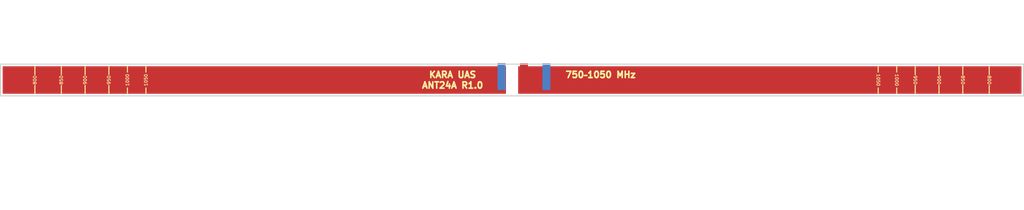
<source format=kicad_pcb>
(kicad_pcb (version 20240108) (generator "pcbnew") (generator_version "8.0")
  (title_block (title "ANT24A") (date "2024-02-28") (rev "1.0") (company "HARDWARIO") (comment 1 "AGILE HARDWARE DEVELOPMENT") (comment 2 "HARDWARIO.COM"))
  (layers (0 "F.Cu" signal) (31 "B.Cu" signal) (34 "B.Paste" user) (35 "F.Paste" user) (36 "B.SilkS" user "B.Silkscreen") (37 "F.SilkS" user "F.Silkscreen") (38 "B.Mask" user) (39 "F.Mask" user) (44 "Edge.Cuts" user))
  (net 0 "")
  (footprint "Connector_Coaxial:SMA_Amphenol_132289_EdgeMount" (layer "F.Cu") (at 149.5 102.3625 90)
    (property "Reference" "REF**" (hide yes))
    (property "Value" "SMA_Amphenol_132289_EdgeMount")
    (pad "1" smd rect (at 0 0 180) (size 1.5 5.08) (layers "F.Cu" "F.Paste" "F.Mask"))
    (pad "2" smd rect (at 0 -4.25 180) (size 1.5 5.08) (layers "F.Cu" "F.Paste" "F.Mask"))
    (pad "2" smd rect (at 0 -4.25 180) (size 1.5 5.08) (layers "B.Cu" "B.Paste" "B.Mask"))
    (pad "2" smd rect (at 0 4.25 180) (size 1.5 5.08) (layers "B.Cu" "B.Paste" "B.Mask"))
  )
  (gr_rect (start 148.5 100.5) (end 243.5 105.5) (stroke (width 0.2)) (fill solid) (layer "F.Cu"))
  (gr_rect (start 51 100.5) (end 146 105.5) (stroke (width 0.2)) (fill solid) (layer "F.Cu"))
  (gr_line (start 228 105.5) (end 228 104) (stroke (width 0.2)) (layer "F.SilkS"))
  (gr_line (start 228 102) (end 228 100.5) (stroke (width 0.2)) (layer "F.SilkS"))
  (gr_line (start 220 105.5) (end 220 104.5) (stroke (width 0.2)) (layer "F.SilkS"))
  (gr_line (start 71 104) (end 71 105.5) (stroke (width 0.2)) (layer "F.SilkS"))
  (gr_line (start 57 100.5) (end 57 102) (stroke (width 0.2)) (layer "F.SilkS"))
  (gr_line (start 62 100.5) (end 62 102) (stroke (width 0.2)) (layer "F.SilkS"))
  (gr_line (start 237.5 102) (end 237.5 100.5) (stroke (width 0.2)) (layer "F.SilkS"))
  (gr_line (start 74.5 100.5) (end 74.5 101.5) (stroke (width 0.2)) (layer "F.SilkS"))
  (gr_line (start 78 100.5) (end 78 101.5) (stroke (width 0.2)) (layer "F.SilkS"))
  (gr_line (start 220 101.5) (end 220 100.5) (stroke (width 0.2)) (layer "F.SilkS"))
  (gr_line (start 223.5 102) (end 223.5 100.5) (stroke (width 0.2)) (layer "F.SilkS"))
  (gr_line (start 62 104) (end 62 105.5) (stroke (width 0.2)) (layer "F.SilkS"))
  (gr_line (start 57 104) (end 57 105.5) (stroke (width 0.2)) (layer "F.SilkS"))
  (gr_line (start 66.5 100.5) (end 66.5 102) (stroke (width 0.2)) (layer "F.SilkS"))
  (gr_line (start 66.5 104) (end 66.5 105.5) (stroke (width 0.2)) (layer "F.SilkS"))
  (gr_line (start 216.5 101.5) (end 216.5 100.5) (stroke (width 0.2)) (layer "F.SilkS"))
  (gr_line (start 74.5 104.5) (end 74.5 105.5) (stroke (width 0.2)) (layer "F.SilkS"))
  (gr_line (start 232.5 102) (end 232.5 100.5) (stroke (width 0.2)) (layer "F.SilkS"))
  (gr_line (start 216.5 105.5) (end 216.5 104.5) (stroke (width 0.2)) (layer "F.SilkS"))
  (gr_line (start 71 100.5) (end 71 102) (stroke (width 0.2)) (layer "F.SilkS"))
  (gr_line (start 237.5 105.5) (end 237.5 104) (stroke (width 0.2)) (layer "F.SilkS"))
  (gr_line (start 78 104.5) (end 78 105.5) (stroke (width 0.2)) (layer "F.SilkS"))
  (gr_line (start 223.5 105.5) (end 223.5 104) (stroke (width 0.2)) (layer "F.SilkS"))
  (gr_line (start 232.5 105.5) (end 232.5 104) (stroke (width 0.2)) (layer "F.SilkS"))
  (gr_rect (start 50.5 100) (end 244 106) (stroke (width 0.2)) (fill none) (layer "Edge.Cuts"))
  (gr_text "800" (at 57 103 90) (layer "F.SilkS") (effects (font (size 0.6 0.6) (thickness 0.1))))
  (gr_text "900" (at 228 103 270) (layer "F.SilkS") (effects (font (size 0.6 0.6) (thickness 0.1))))
  (gr_text "950" (at 71 103 90) (layer "F.SilkS") (effects (font (size 0.6 0.6) (thickness 0.1))))
  (gr_text "950" (at 223.5 103 270) (layer "F.SilkS") (effects (font (size 0.6 0.6) (thickness 0.1))))
  (gr_text "1000" (at 74.5 103 90) (layer "F.SilkS") (effects (font (size 0.6 0.6) (thickness 0.1))))
  (gr_text "850" (at 62 103 90) (layer "F.SilkS") (effects (font (size 0.6 0.6) (thickness 0.1))))
  (gr_text "900" (at 66.5 103 90) (layer "F.SilkS") (effects (font (size 0.6 0.6) (thickness 0.1))))
  (gr_text "ANT24A R1.0" (at 136 104 0) (layer "F.SilkS") (effects (font (size 1.2 1.2) (thickness 0.3) (bold yes))))
  (gr_text "1050" (at 216.5 103 270) (layer "F.SilkS") (effects (font (size 0.6 0.6) (thickness 0.1))))
  (gr_text "850" (at 232.5 103 270) (layer "F.SilkS") (effects (font (size 0.6 0.6) (thickness 0.1))))
  (gr_text "1050" (at 78 103 90) (layer "F.SilkS") (effects (font (size 0.6 0.6) (thickness 0.1))))
  (gr_text "750–1050 MHz" (at 164 102 0) (layer "F.SilkS") (effects (font (size 1.2 1.2) (thickness 0.3) (bold yes))))
  (gr_text "800" (at 237.5 103 -90) (layer "F.SilkS") (effects (font (size 0.6 0.6) (thickness 0.1))))
  (gr_text "KARA UAS" (at 136 102 0) (layer "F.SilkS") (effects (font (size 1.2 1.2) (thickness 0.3) (bold yes))))
  (gr_text "1000" (at 220 103 270) (layer "F.SilkS") (effects (font (size 0.6 0.6) (thickness 0.1))))
)
</source>
